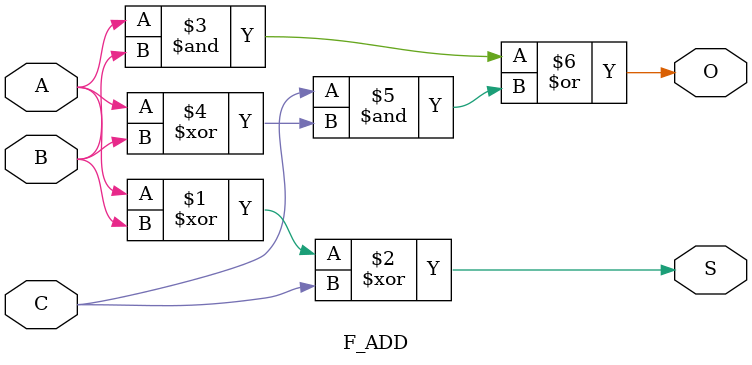
<source format=v>
module F_ADD(A,B,C,S,O);
input A,B,C;
output S,O;

assign S=A^B^C;
assign O=(A&B)|C&(A^B);

endmodule 
</source>
